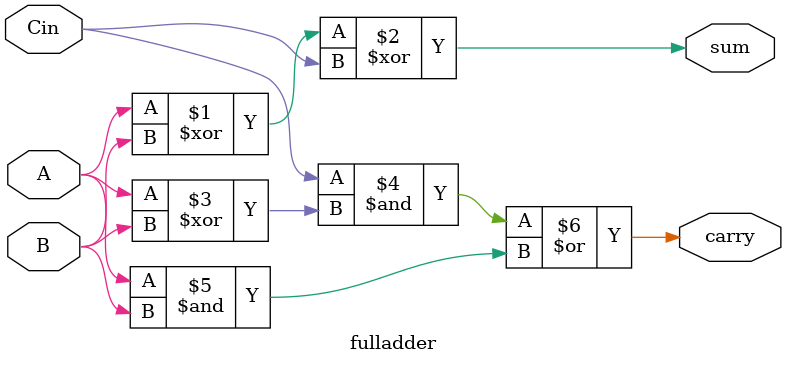
<source format=v>
`timescale 1ns / 1ps

module fulladder(sum,carry,A,B,Cin);
output sum,carry;
input A,B,Cin;
assign sum= (A^B)^Cin;
assign carry = (Cin&(A^B))|(A&B);
endmodule

</source>
